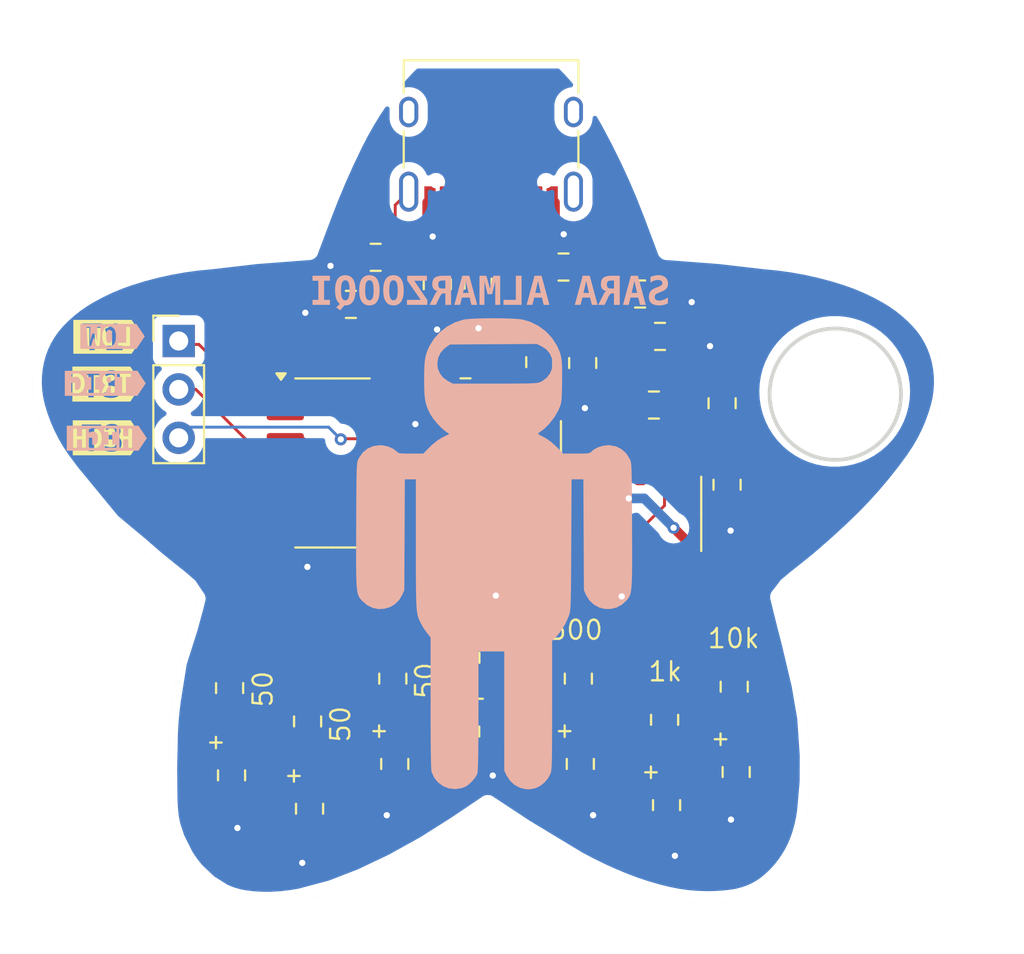
<source format=kicad_pcb>
(kicad_pcb (version 20240108) (generator "pcbnew") (generator_version "8.0")
  (layers (0 "F.Cu" signal) (31 "B.Cu" signal) (34 "B.Paste" user) (35 "F.Paste" user) (36 "B.SilkS" user "B.Silkscreen") (37 "F.SilkS" user "F.Silkscreen") (38 "B.Mask" user) (39 "F.Mask" user) (44 "Edge.Cuts" user))
  (net 0 "")
  (net 1 "GND")
  (net 2 "Net-(U3-THRES)")
  (net 3 "5V_USB")
  (net 4 "3.3V_LDO")
  (net 5 "Net-(LED1-Pad2)")
  (net 6 "Net-(LED2-Pad2)")
  (net 7 "Net-(LED3-Pad2)")
  (net 8 "Net-(LED4-Pad2)")
  (net 9 "Net-(LED5-Pad2)")
  (net 10 "Net-(LED6-Pad2)")
  (net 11 "Net-(LED7-Pad2)")
  (net 12 "Net-(J1-SHLD)")
  (net 13 "Net-(R5-Pad1)")
  (net 14 "Net-(R6-Pad1)")
  (net 15 "Net-(R7-Pad1)")
  (net 16 "Net-(F1-Pad1)")
  (net 19 "Net-(J1-CC1)")
  (net 22 "Net-(J1-CC2)")
  (net 25 "TestPointLow")
  (net 26 "TestPointHigh")
  (net 27 "TestPointTrig")
  (net 28 "OUT")
  (net 29 "DISCH")
  (footprint "Remal_KiCadLib:PinHeader_1x03_P2.54mm_Vertical" (layer "F.Cu") (at 139 101.33)
    (property "Reference" "J3" (hide yes))
    (property "Value" "ConnM_01x03" (hide yes))
    (pad "1" thru_hole rect (at 0 0) (size 1.7 1.7) (drill 1) (layers "*.Cu" "*.Mask") (net 25 "TestPointLow"))
    (pad "2" thru_hole oval (at 0 2.54) (size 1.7 1.7) (drill 1) (layers "*.Cu" "*.Mask") (net 27 "TestPointTrig"))
    (pad "3" thru_hole oval (at 0 5.08) (size 1.7 1.7) (drill 1) (layers "*.Cu" "*.Mask") (net 26 "TestPointHigh"))
  )
  (footprint "Remal_KiCadLib:R_0805_2012m" (layer "F.Cu") (at 141.67 119.54 -90)
    (property "Reference" "R5" (hide yes))
    (property "Value" "50" (hide yes))
    (pad "1" smd roundrect (at -1.025 0 270) (size 1.15 1.4) (layers "F.Cu" "F.Paste" "F.Mask") (roundrect_rratio 0.217391) (net 13 "Net-(R5-Pad1)"))
    (pad "2" smd roundrect (at 1.025 0 270) (size 1.15 1.4) (layers "F.Cu" "F.Paste" "F.Mask") (roundrect_rratio 0.217391) (net 9 "Net-(LED5-Pad2)"))
  )
  (footprint "Remal_KiCadLib:SOIC-14_3.9x8.7mm_P1.27mm" (layer "F.Cu") (at 147.065 107.73)
    (property "Reference" "U2" (hide yes))
    (property "Value" "IC_HexTriggerInverter_SN74HC04DR(LX)" (hide yes))
    (pad "1" smd roundrect (at -2.475 -3.81) (size 1.95 0.6) (layers "F.Cu" "F.Paste" "F.Mask") (net 4 "3.3V_LDO"))
    (pad "2" smd roundrect (at -2.475 -2.54) (size 1.95 0.6) (layers "F.Cu" "F.Paste" "F.Mask") (net 25 "TestPointLow"))
    (pad "3" smd roundrect (at -2.475 -1.27) (size 1.95 0.6) (layers "F.Cu" "F.Paste" "F.Mask") (net 28 "OUT"))
    (pad "4" smd roundrect (at -2.475 0) (size 1.95 0.6) (layers "F.Cu" "F.Paste" "F.Mask") (net 27 "TestPointTrig"))
    (pad "5" smd roundrect (at -2.475 1.27) (size 1.95 0.6) (layers "F.Cu" "F.Paste" "F.Mask") (net 28 "OUT"))
    (pad "6" smd roundrect (at -2.475 2.54) (size 1.95 0.6) (layers "F.Cu" "F.Paste" "F.Mask") (net 13 "Net-(R5-Pad1)"))
    (pad "7" smd roundrect (at -2.475 3.81) (size 1.95 0.6) (layers "F.Cu" "F.Paste" "F.Mask") (net 1 "GND"))
    (pad "8" smd roundrect (at 2.475 3.81) (size 1.95 0.6) (layers "F.Cu" "F.Paste" "F.Mask") (net 14 "Net-(R6-Pad1)"))
    (pad "9" smd roundrect (at 2.475 2.54) (size 1.95 0.6) (layers "F.Cu" "F.Paste" "F.Mask") (net 28 "OUT"))
    (pad "10" smd roundrect (at 2.475 1.27) (size 1.95 0.6) (layers "F.Cu" "F.Paste" "F.Mask") (net 15 "Net-(R7-Pad1)"))
    (pad "11" smd roundrect (at 2.475 0) (size 1.95 0.6) (layers "F.Cu" "F.Paste" "F.Mask") (net 28 "OUT"))
    (pad "12" smd roundrect (at 2.475 -1.27) (size 1.95 0.6) (layers "F.Cu" "F.Paste" "F.Mask") (net 26 "TestPointHigh"))
    (pad "13" smd roundrect (at 2.475 -2.54) (size 1.95 0.6) (layers "F.Cu" "F.Paste" "F.Mask") (net 1 "GND"))
    (pad "14" smd roundrect (at 2.475 -3.81) (size 1.95 0.6) (layers "F.Cu" "F.Paste" "F.Mask") (net 4 "3.3V_LDO"))
  )
  (footprint "Remal_KiCadLib:LED_0805_2012m_Red" (layer "F.Cu") (at 155.47 121.82 90)
    (property "Reference" "LED1" (hide yes))
    (property "Value" "LED_0805_2012m_Red" (hide yes))
    (pad "1" smd roundrect (at -1.025 0 90) (size 1.15 1.4) (layers "F.Cu" "F.Paste" "F.Mask") (roundrect_rratio 0.217391) (net 1 "GND"))
    (pad "2" smd roundrect (at 1.025 0 90) (size 1.15 1.4) (layers "F.Cu" "F.Paste" "F.Mask") (roundrect_rratio 0.217391) (net 5 "Net-(LED1-Pad2)"))
  )
  (footprint "Remal_KiCadLib:SOIC-8_3.9x4.9mm_P1.27mm" (layer "F.Cu") (at 163.84 110.4 90)
    (property "Reference" "U3" (hide yes))
    (property "Value" "IC_555Timer_SA555DR" (hide yes))
    (pad "1" smd roundrect (at -2.475 -1.905 90) (size 1.95 0.6) (layers "F.Cu" "F.Paste" "F.Mask") (net 1 "GND"))
    (pad "2" smd roundrect (at -2.475 -0.635 90) (size 1.95 0.6) (layers "F.Cu" "F.Paste" "F.Mask") (net 2 "Net-(U3-THRES)"))
    (pad "3" smd roundrect (at -2.475 0.635 90) (size 1.95 0.6) (layers "F.Cu" "F.Paste" "F.Mask") (net 28 "OUT"))
    (pad "4" smd roundrect (at -2.475 1.905 90) (size 1.95 0.6) (layers "F.Cu" "F.Paste" "F.Mask") (net 3 "5V_USB"))
    (pad "5" smd roundrect (at 2.475 1.905 90) (size 1.95 0.6) (layers "F.Cu" "F.Paste" "F.Mask"))
    (pad "6" smd roundrect (at 2.475 0.635 90) (size 1.95 0.6) (layers "F.Cu" "F.Paste" "F.Mask") (net 2 "Net-(U3-THRES)"))
    (pad "7" smd roundrect (at 2.475 -0.635 90) (size 1.95 0.6) (layers "F.Cu" "F.Paste" "F.Mask") (net 29 "DISCH"))
    (pad "8" smd roundrect (at 2.475 -1.905 90) (size 1.95 0.6) (layers "F.Cu" "F.Paste" "F.Mask") (net 3 "5V_USB"))
  )
  (footprint "Remal_KiCadLib:C_0805_2012m" (layer "F.Cu") (at 154.04 104)
    (property "Reference" "C4" (hide yes))
    (property "Value" "1uF" (hide yes))
    (pad "1" smd roundrect (at -1.025 0) (size 1.15 1.4) (layers "F.Cu" "F.Paste" "F.Mask") (roundrect_rratio 0.217391) (net 4 "3.3V_LDO"))
    (pad "2" smd roundrect (at 1.025 0) (size 1.15 1.4) (layers "F.Cu" "F.Paste" "F.Mask") (roundrect_rratio 0.217391) (net 1 "GND"))
  )
  (footprint "Remal_KiCadLib:R_0805_2012m" (layer "F.Cu") (at 145.76 121.29 -90)
    (property "Reference" "R7" (hide yes))
    (property "Value" "50" (hide yes))
    (pad "1" smd roundrect (at -1.025 0 270) (size 1.15 1.4) (layers "F.Cu" "F.Paste" "F.Mask") (roundrect_rratio 0.217391) (net 15 "Net-(R7-Pad1)"))
    (pad "2" smd roundrect (at 1.025 0 270) (size 1.15 1.4) (layers "F.Cu" "F.Paste" "F.Mask") (roundrect_rratio 0.217391) (net 11 "Net-(LED7-Pad2)"))
  )
  (footprint "Remal_KiCadLib:R_0805_2012m" (layer "F.Cu") (at 154.7 98.32 -90)
    (property "Reference" "R11" (hide yes))
    (property "Value" "5.1k")
    (pad "1" smd roundrect (at -1.025 0 270) (size 1.15 1.4) (layers "F.Cu" "F.Paste" "F.Mask") (roundrect_rratio 0.217391) (net 19 "Net-(J1-CC1)"))
    (pad "2" smd roundrect (at 1.025 0 270) (size 1.15 1.4) (layers "F.Cu" "F.Paste" "F.Mask") (roundrect_rratio 0.217391) (net 1 "GND"))
  )
  (footprint "Remal_KiCadLib:C_0805_2012m" (layer "F.Cu") (at 157.935 102.44 -90)
    (property "Reference" "C3" (hide yes))
    (property "Value" "4.7uF" (hide yes))
    (pad "1" smd roundrect (at -1.025 0 270) (size 1.15 1.4) (layers "F.Cu" "F.Paste" "F.Mask") (roundrect_rratio 0.217391) (net 3 "5V_USB"))
    (pad "2" smd roundrect (at 1.025 0 270) (size 1.15 1.4) (layers "F.Cu" "F.Paste" "F.Mask") (roundrect_rratio 0.217391) (net 1 "GND"))
  )
  (footprint "Remal_KiCadLib:C_0805_2012m" (layer "F.Cu") (at 160.185 102.485 -90)
    (property "Reference" "C8" (hide yes))
    (property "Value" "22uF")
    (pad "1" smd roundrect (at -1.025 0 270) (size 1.15 1.4) (layers "F.Cu" "F.Paste" "F.Mask") (roundrect_rratio 0.217391) (net 3 "5V_USB"))
    (pad "2" smd roundrect (at 1.025 0 270) (size 1.15 1.4) (layers "F.Cu" "F.Paste" "F.Mask") (roundrect_rratio 0.217391) (net 1 "GND"))
  )
  (footprint "Remal_KiCadLib:R_0805_2012m" (layer "F.Cu") (at 159.9575 119.045 -90)
    (property "Reference" "R2" (hide yes))
    (property "Value" "300" (hide yes))
    (pad "1" smd roundrect (at -1.025 0 270) (size 1.15 1.4) (layers "F.Cu" "F.Paste" "F.Mask") (roundrect_rratio 0.217391) (net 28 "OUT"))
    (pad "2" smd roundrect (at 1.025 0 270) (size 1.15 1.4) (layers "F.Cu" "F.Paste" "F.Mask") (roundrect_rratio 0.217391) (net 6 "Net-(LED2-Pad2)"))
  )
  (footprint "Remal_KiCadLib:LED_0805_2012m_Red" (layer "F.Cu") (at 160.06 123.52 90)
    (property "Reference" "LED2" (hide yes))
    (property "Value" "LED_0805_2012m_Red" (hide yes))
    (pad "1" smd roundrect (at -1.025 0 90) (size 1.15 1.4) (layers "F.Cu" "F.Paste" "F.Mask") (roundrect_rratio 0.217391) (net 1 "GND"))
    (pad "2" smd roundrect (at 1.025 0 90) (size 1.15 1.4) (layers "F.Cu" "F.Paste" "F.Mask") (roundrect_rratio 0.217391) (net 6 "Net-(LED2-Pad2)"))
  )
  (footprint "Remal_KiCadLib:R_0805_2012m" (layer "F.Cu") (at 150.2275 119.045 -90)
    (property "Reference" "R6" (hide yes))
    (property "Value" "50" (hide yes))
    (pad "1" smd roundrect (at -1.025 0 270) (size 1.15 1.4) (layers "F.Cu" "F.Paste" "F.Mask") (roundrect_rratio 0.217391) (net 14 "Net-(R6-Pad1)"))
    (pad "2" smd roundrect (at 1.025 0 270) (size 1.15 1.4) (layers "F.Cu" "F.Paste" "F.Mask") (roundrect_rratio 0.217391) (net 10 "Net-(LED6-Pad2)"))
  )
  (footprint "kibuzzard-67A70D0F" (layer "F.Cu") (at 135.3 101.11)
    (property "Reference" "kibuzzard-67A70D0F" (hide yes))
    (property "Value" "G***" (hide yes))
  )
  (footprint "Remal_KiCadLib:R_0805_2012m" (layer "F.Cu") (at 168.13 119.4675 -90)
    (property "Reference" "R4" (hide yes))
    (property "Value" "10k" (hide yes))
    (pad "1" smd roundrect (at -1.025 0 270) (size 1.15 1.4) (layers "F.Cu" "F.Paste" "F.Mask") (roundrect_rratio 0.217391) (net 28 "OUT"))
    (pad "2" smd roundrect (at 1.025 0 270) (size 1.15 1.4) (layers "F.Cu" "F.Paste" "F.Mask") (roundrect_rratio 0.217391) (net 8 "Net-(LED4-Pad2)"))
  )
  (footprint "Remal_KiCadLib:SOT-223" (layer "F.Cu") (at 155.635 109.635 -90)
    (property "Reference" "U5" (hide yes))
    (property "Value" "LDO_3V3_2A_AIC1221-33GY3TR" (hide yes))
    (pad "1" smd rect (at -3.15 -2.3 270) (size 2 1.5) (layers "F.Cu" "F.Paste" "F.Mask") (net 3 "5V_USB"))
    (pad "2" smd rect (at -3.15 0 270) (size 2 1.5) (layers "F.Cu" "F.Paste" "F.Mask") (net 1 "GND"))
    (pad "3" smd rect (at -3.15 2.3 270) (size 2 1.5) (layers "F.Cu" "F.Paste" "F.Mask") (net 4 "3.3V_LDO"))
    (pad "4" smd rect (at 3.15 0 270) (size 2 3.8) (layers "F.Cu" "F.Paste" "F.Mask") (net 1 "GND"))
  )
  (footprint "Remal_KiCadLib:R_0805_2012m" (layer "F.Cu") (at 149.33 96.94 180)
    (property "Reference" "R12" (hide yes))
    (property "Value" "1M" (hide yes))
    (pad "1" smd roundrect (at -1.025 0 180) (size 1.15 1.4) (layers "F.Cu" "F.Paste" "F.Mask") (roundrect_rratio 0.217391) (net 12 "Net-(J1-SHLD)"))
    (pad "2" smd roundrect (at 1.025 0 180) (size 1.15 1.4) (layers "F.Cu" "F.Paste" "F.Mask") (roundrect_rratio 0.217391) (net 1 "GND"))
  )
  (footprint "Remal_KiCadLib:LED_0805_2012m_Red" (layer "F.Cu") (at 150.33 123.52 90)
    (property "Reference" "LED6" (hide yes))
    (property "Value" "LED_0805_2012m_Red" (hide yes))
    (pad "1" smd roundrect (at -1.025 0 90) (size 1.15 1.4) (layers "F.Cu" "F.Paste" "F.Mask") (roundrect_rratio 0.217391) (net 1 "GND"))
    (pad "2" smd roundrect (at 1.025 0 90) (size 1.15 1.4) (layers "F.Cu" "F.Paste" "F.Mask") (roundrect_rratio 0.217391) (net 10 "Net-(LED6-Pad2)"))
  )
  (footprint "Remal_KiCadLib:LED_0805_2012m_Red" (layer "F.Cu") (at 164.5825 125.68 90)
    (property "Reference" "LED3" (hide yes))
    (property "Value" "LED_0805_2012m_Red" (hide yes))
    (pad "1" smd roundrect (at -1.025 0 90) (size 1.15 1.4) (layers "F.Cu" "F.Paste" "F.Mask") (roundrect_rratio 0.217391) (net 1 "GND"))
    (pad "2" smd roundrect (at 1.025 0 90) (size 1.15 1.4) (layers "F.Cu" "F.Paste" "F.Mask") (roundrect_rratio 0.217391) (net 7 "Net-(LED3-Pad2)"))
  )
  (footprint "Remal_KiCadLib:C_0805_2012m" (layer "F.Cu") (at 167.755 108.87 -90)
    (property "Reference" "C2" (hide yes))
    (property "Value" "100nF" (hide yes))
    (pad "1" smd roundrect (at -1.025 0 270) (size 1.15 1.4) (layers "F.Cu" "F.Paste" "F.Mask") (roundrect_rratio 0.217391) (net 2 "Net-(U3-THRES)"))
    (pad "2" smd roundrect (at 1.025 0 270) (size 1.15 1.4) (layers "F.Cu" "F.Paste" "F.Mask") (roundrect_rratio 0.217391) (net 1 "GND"))
  )
  (footprint "Remal_KiCadLib:LED_0805_2012m_Red" (layer "F.Cu") (at 168.2325 123.9425 90)
    (property "Reference" "LED4" (hide yes))
    (property "Value" "LED_0805_2012m_Red" (hide yes))
    (pad "1" smd roundrect (at -1.025 0 90) (size 1.15 1.4) (layers "F.Cu" "F.Paste" "F.Mask") (roundrect_rratio 0.217391) (net 1 "GND"))
    (pad "2" smd roundrect (at 1.025 0 90) (size 1.15 1.4) (layers "F.Cu" "F.Paste" "F.Mask") (roundrect_rratio 0.217391) (net 8 "Net-(LED4-Pad2)"))
  )
  (footprint "Remal_KiCadLib:C_0805_2012m" (layer "F.Cu") (at 148.03 99.41 180)
    (property "Reference" "C9" (hide yes))
    (property "Value" "0.1uF" (hide yes))
    (pad "1" smd roundrect (at -1.025 0 180) (size 1.15 1.4) (layers "F.Cu" "F.Paste" "F.Mask") (roundrect_rratio 0.217391) (net 12 "Net-(J1-SHLD)"))
    (pad "2" smd roundrect (at 1.025 0 180) (size 1.15 1.4) (layers "F.Cu" "F.Paste" "F.Mask") (roundrect_rratio 0.217391) (net 1 "GND"))
  )
  (footprint "Remal_KiCadLib:R_0805_2012m" (layer "F.Cu") (at 164.48 121.205 -90)
    (property "Reference" "R3" (hide yes))
    (property "Value" "1k" (hide yes))
    (pad "1" smd roundrect (at -1.025 0 270) (size 1.15 1.4) (layers "F.Cu" "F.Paste" "F.Mask") (roundrect_rratio 0.217391) (net 28 "OUT"))
    (pad "2" smd roundrect (at 1.025 0 270) (size 1.15 1.4) (layers "F.Cu" "F.Paste" "F.Mask") (roundrect_rratio 0.217391) (net 7 "Net-(LED3-Pad2)"))
  )
  (footprint "Remal_KiCadLib:USB_C_16Pin_C167321" (layer "F.Cu") (at 155.38 90.39 180)
    (property "Reference" "J1" (hide yes))
    (property "Value" "USB_C_16Pin_C167321" (hide yes))
    (pad "" np_thru_hole circle (at -2.89 -2.605 180) (size 0.65 0.65) (drill 0.65) (layers "*.Cu" "*.Mask"))
    (pad "" np_thru_hole circle (at 2.89 -2.605 180) (size 0.65 0.65) (drill 0.65) (layers "*.Cu" "*.Mask"))
    (pad "A1" smd rect (at -3.35015 -3.667175 180) (size 0.2997 1.68565) (layers "F.Cu" "F.Paste" "F.Mask") (net 1 "GND"))
    (pad "A4" smd rect (at -2.545 -3.667175 180) (size 0.29 1.68565) (layers "F.Cu" "F.Paste" "F.Mask") (net 16 "Net-(F1-Pad1)"))
    (pad "A5" smd rect (at -1.25 -3.667175 180) (size 0.28 1.68565) (layers "F.Cu" "F.Paste" "F.Mask") (net 19 "Net-(J1-CC1)"))
    (pad "A6" smd rect (at -0.25 -3.667175 180) (size 0.28 1.68565) (layers "F.Cu" "F.Paste" "F.Mask"))
    (pad "A7" smd rect (at 0.25 -3.667175 180) (size 0.28 1.68565) (layers "F.Cu" "F.Paste" "F.Mask"))
    (pad "A8" smd rect (at 1.25 -3.667175 180) (size 0.28 1.68565) (layers "F.Cu" "F.Paste" "F.Mask"))
    (pad "A9" smd rect (at 2.545 -3.667175 180) (size 0.29 1.68565) (layers "F.Cu" "F.Paste" "F.Mask") (net 16 "Net-(F1-Pad1)"))
    (pad "A12" smd rect (at 3.35 -3.667175 180) (size 0.3 1.68565) (layers "F.Cu" "F.Paste" "F.Mask") (net 1 "GND"))
    (pad "B1" smd rect (at 3.055 -3.667175 180) (size 0.29 1.68565) (layers "F.Cu" "F.Paste" "F.Mask") (net 1 "GND"))
    (pad "B4" smd rect (at 2.255 -3.667175 180) (size 0.29 1.68565) (layers "F.Cu" "F.Paste" "F.Mask") (net 16 "Net-(F1-Pad1)"))
    (pad "B5" smd rect (at 1.75 -3.667175 180) (size 0.28 1.68565) (layers "F.Cu" "F.Paste" "F.Mask") (net 22 "Net-(J1-CC2)"))
    (pad "B6" smd rect (at 0.75 -3.667175 180) (size 0.28 1.68565) (layers "F.Cu" "F.Paste" "F.Mask"))
    (pad "B7" smd rect (at -0.75 -3.667175 180) (size 0.28 1.68565) (layers "F.Cu" "F.Paste" "F.Mask"))
    (pad "B8" smd rect (at -1.75 -3.667175 180) (size 0.28 1.68565) (layers "F.Cu" "F.Paste" "F.Mask"))
    (pad "B9" smd rect (at -2.255 -3.667175 180) (size 0.29 1.68565) (layers "F.Cu" "F.Paste" "F.Mask") (net 16 "Net-(F1-Pad1)"))
    (pad "B12" smd rect (at -3.05515 -3.667175 180) (size 0.2903 1.68565) (layers "F.Cu" "F.Paste" "F.Mask") (net 1 "GND"))
    (pad "S1" thru_hole oval (at -4.32 -3.105 180) (size 1 2.1) (drill oval 0.6 1.7) (layers "*.Cu" "*.Mask") (net 12 "Net-(J1-SHLD)"))
    (pad "S1" thru_hole oval (at -4.32 1.075 180) (size 1 1.6) (drill oval 0.6 1.2) (layers "*.Cu" "*.Mask") (net 12 "Net-(J1-SHLD)"))
    (pad "S1" thru_hole oval (at 4.32 -3.105 180) (size 1 2.1) (drill oval 0.6 1.7) (layers "*.Cu" "*.Mask") (net 12 "Net-(J1-SHLD)"))
    (pad "S1" thru_hole oval (at 4.32 1.075 180) (size 1 1.6) (drill oval 0.6 1.2) (layers "*.Cu" "*.Mask") (net 12 "Net-(J1-SHLD)"))
  )
  (footprint "Remal_KiCadLib:C_0805_2012m" (layer "F.Cu") (at 163.195 98.865)
    (property "Reference" "C7" (hide yes))
    (property "Value" "22uF" (hide yes))
    (pad "1" smd roundrect (at -1.025 0) (size 1.15 1.4) (layers "F.Cu" "F.Paste" "F.Mask") (roundrect_rratio 0.217391) (net 3 "5V_USB"))
    (pad "2" smd roundrect (at 1.025 0) (size 1.15 1.4) (layers "F.Cu" "F.Paste" "F.Mask") (roundrect_rratio 0.217391) (net 1 "GND"))
  )
  (footprint "Remal_KiCadLib:R_0805_2012m" (layer "F.Cu") (at 163.92 104.69)
    (property "Reference" "R8" (hide yes))
    (property "Value" "100" (hide yes))
    (pad "1" smd roundrect (at -1.025 0) (size 1.15 1.4) (layers "F.Cu" "F.Paste" "F.Mask") (roundrect_rratio 0.217391) (net 3 "5V_USB"))
    (pad "2" smd roundrect (at 1.025 0) (size 1.15 1.4) (layers "F.Cu" "F.Paste" "F.Mask") (roundrect_rratio 0.217391) (net 29 "DISCH"))
  )
  (footprint "Remal_KiCadLib:R_0805_2012m" (layer "F.Cu") (at 155.48 117.95 -90)
    (property "Reference" "R1" (hide yes))
    (property "Value" "50" (hide yes))
    (pad "1" smd roundrect (at -1.025 0 270) (size 1.15 1.4) (layers "F.Cu" "F.Paste" "F.Mask") (roundrect_rratio 0.217391) (net 28 "OUT"))
    (pad "2" smd roundrect (at 1.025 0 270) (size 1.15 1.4) (layers "F.Cu" "F.Paste" "F.Mask") (roundrect_rratio 0.217391) (net 5 "Net-(LED1-Pad2)"))
  )
  (footprint "Remal_KiCadLib:Fuse_0805_2012m" (layer "F.Cu") (at 159.18 97.45)
    (property "Reference" "F1" (hide yes))
    (property "Value" "16V_3A" (hide yes))
    (pad "1" smd roundrect (at -1.025 0) (size 1.15 1.4) (layers "F.Cu" "F.Paste" "F.Mask") (roundrect_rratio 0.217391) (net 16 "Net-(F1-Pad1)"))
    (pad "2" smd roundrect (at 1.025 0) (size 1.15 1.4) (layers "F.Cu" "F.Paste" "F.Mask") (roundrect_rratio 0.217391) (net 3 "5V_USB"))
  )
  (footprint "kibuzzard-67A70DD7" (layer "F.Cu") (at 135.25 103.59)
    (property "Reference" "kibuzzard-67A70DD7" (hide yes))
    (property "Value" "G***" (hide yes))
  )
  (footprint "Remal_KiCadLib:LED_0805_2012m_Red" (layer "F.Cu") (at 145.8625 125.87 90)
    (property "Reference" "LED7" (hide yes))
    (property "Value" "LED_0805_2012m_Red" (hide yes))
    (pad "1" smd roundrect (at -1.025 0 90) (size 1.15 1.4) (layers "F.Cu" "F.Paste" "F.Mask") (roundrect_rratio 0.217391) (net 1 "GND"))
    (pad "2" smd roundrect (at 1.025 0 90) (size 1.15 1.4) (layers "F.Cu" "F.Paste" "F.Mask") (roundrect_rratio 0.217391) (net 11 "Net-(LED7-Pad2)"))
  )
  (footprint "Remal_KiCadLib:R_0805_2012m" (layer "F.Cu") (at 167.495 104.595 -90)
    (property "Reference" "R9" (hide yes))
    (property "Value" "7k" (hide yes))
    (pad "1" smd roundrect (at -1.025 0 270) (size 1.15 1.4) (layers "F.Cu" "F.Paste" "F.Mask") (roundrect_rratio 0.217391) (net 29 "DISCH"))
    (pad "2" smd roundrect (at 1.025 0 270) (size 1.15 1.4) (layers "F.Cu" "F.Paste" "F.Mask") (roundrect_rratio 0.217391) (net 2 "Net-(U3-THRES)"))
  )
  (footprint "kibuzzard-67A70DE1" (layer "F.Cu") (at 135.27 106.41)
    (property "Reference" "kibuzzard-67A70DE1" (hide yes))
    (property "Value" "G***" (hide yes))
  )
  (footprint "Remal_KiCadLib:R_0805_2012m" (layer "F.Cu") (at 152.56 98.355 -90)
    (property "Reference" "R10" (hide yes))
    (property "Value" "5.1k" (hide yes))
    (pad "1" smd roundrect (at -1.025 0 270) (size 1.15 1.4) (layers "F.Cu" "F.Paste" "F.Mask") (roundrect_rratio 0.217391) (net 22 "Net-(J1-CC2)"))
    (pad "2" smd roundrect (at 1.025 0 270) (size 1.15 1.4) (layers "F.Cu" "F.Paste" "F.Mask") (roundrect_rratio 0.217391) (net 1 "GND"))
  )
  (footprint "Remal_KiCadLib:LED_0805_2012m_Red" (layer "F.Cu") (at 141.7725 124.1175 90)
    (property "Reference" "LED5" (hide yes))
    (property "Value" "LED_0805_2012m_Red" (hide yes))
    (pad "1" smd roundrect (at -1.025 0 90) (size 1.15 1.4) (layers "F.Cu" "F.Paste" "F.Mask") (roundrect_rratio 0.217391) (net 1 "GND"))
    (pad "2" smd roundrect (at 1.025 0 90) (size 1.15 1.4) (layers "F.Cu" "F.Paste" "F.Mask") (roundrect_rratio 0.217391) (net 9 "Net-(LED5-Pad2)"))
  )
  (footprint "Remal_KiCadLib:C_0805_2012m" (layer "F.Cu") (at 164.24 101.09)
    (property "Reference" "C6" (hide yes))
    (property "Value" "22uF" (hide yes))
    (pad "1" smd roundrect (at -1.025 0) (size 1.15 1.4) (layers "F.Cu" "F.Paste" "F.Mask") (roundrect_rratio 0.217391) (net 3 "5V_USB"))
    (pad "2" smd roundrect (at 1.025 0) (size 1.15 1.4) (layers "F.Cu" "F.Paste" "F.Mask") (roundrect_rratio 0.217391) (net 1 "GND"))
  )
  (footprint "kibuzzard-67A70FA5" (layer "B.Cu") (at 135.15 103.55 180)
    (property "Reference" "kibuzzard-67A70FA5" (hide yes))
    (property "Value" "G***" (hide yes))
  )
  (footprint "kibuzzard-67A70F8E" (layer "B.Cu") (at 135.23 106.43 180)
    (property "Reference" "kibuzzard-67A70F8E" (hide yes))
    (property "Value" "G***" (hide yes))
  )
  (footprint "kibuzzard-67A70FB4" (layer "B.Cu") (at 135.53 101.09 180)
    (property "Reference" "kibuzzard-67A70FB4" (hide yes))
    (property "Value" "G***" (hide yes))
  )
  (footprint "practice_logo:PracticeRobotLogo" (layer "B.Cu") (at 155.54 112.5 180)
    (property "Reference" "G***" (hide yes))
    (property "Value" "LOGO" (hide yes))
  )
  (gr_arc (start 131.524999 104.936354) (mid 131.350584 103.7094) (end 131.478702 102.476752) (stroke (width 0.0021)) (layer "Edge.Cuts"))
  (gr_line (start 146.556951 94.864822) (end 145.857336 96.727978) (stroke (width 0.0021)) (layer "Edge.Cuts"))
  (gr_line (start 132.838172 107.722117) (end 133.35 108.41) (stroke (width 0.0021)) (layer "Edge.Cuts"))
  (gr_line (start 170.96692 114.366042) (end 171.44068 113.968332) (stroke (width 0.0021)) (layer "Edge.Cuts"))
  (gr_line (start 138.447151 123.842478) (end 138.462934 125.426899) (stroke (width 0.0021)) (layer "Edge.Cuts"))
  (gr_arc (start 170.628372 129.302071) (mid 170.26209 129.68723) (end 169.857558 130.031994) (stroke (width 0.0021)) (layer "Edge.Cuts"))
  (gr_line (start 174.351725 111.483417) (end 175.072471 110.784082) (stroke (width 0.0021)) (layer "Edge.Cuts"))
  (gr_arc (start 169.857558 130.031994) (mid 169.454441 130.298369) (end 169.018284 130.506275) (stroke (width 0.0021)) (layer "Edge.Cuts"))
  (gr_arc (start 164.654143 130.607067) (mid 163.516813 130.30085) (end 162.405919 129.909438) (stroke (width 0.0021)) (layer "Edge.Cuts"))
  (gr_arc (start 138.517659 126.30028) (mid 138.48066 125.864193) (end 138.462934 125.426899) (stroke (width 0.0021)) (layer "Edge.Cuts"))
  (gr_line (start 173.509559 112.253611) (end 174.351725 111.483417) (stroke (width 0.0021)) (layer "Edge.Cuts"))
  (gr_line (start 139.99 114.85) (end 139.99 114.72) (stroke (width 0.0021)) (layer "Edge.Cuts"))
  (gr_line (start 138.634453 126.939521) (end 138.848623 127.590386) (stroke (width 0.0021)) (layer "Edge.Cuts"))
  (gr_line (start 169.755434 97.210925) (end 167.41586 96.940372) (stroke (width 0.0021)) (layer "Edge.Cuts"))
  (gr_arc (start 138.474735 122.691556) (mid 138.517925 121.476466) (end 138.650791 120.26789) (stroke (width 0.0021)) (layer "Edge.Cuts"))
  (gr_arc (start 159.179999 86.680001) (mid 160.566073 88.24714) (end 161.705259 90.001957) (stroke (width 0.0021)) (layer "Edge.Cuts"))
  (gr_line (start 138.474735 122.691556) (end 138.447151 123.842478) (stroke (width 0.0021)) (layer "Edge.Cuts"))
  (gr_line (start 172.094396 124.608531) (end 171.958181 126.172162) (stroke (width 0.0021)) (layer "Edge.Cuts"))
  (gr_line (start 171.148908 117.307438) (end 170.914022 116.39349) (stroke (width 0.0021)) (layer "Edge.Cuts"))
  (gr_line (start 170.716065 115.599472) (end 170.54934 114.913596) (stroke (width 0.0021)) (layer "Edge.Cuts"))
  (gr_line (start 138.848623 127.590386) (end 139.302477 128.503202) (stroke (width 0.0021)) (layer "Edge.Cuts"))
  (gr_circle (center 173.43 104.12) (end 175.62 106.78) (stroke (width 0.2)) (fill none) (layer "Edge.Cuts"))
  (gr_line (start 172.679211 112.977117) (end 173.509559 112.253611) (stroke (width 0.0021)) (layer "Edge.Cuts"))
  (gr_arc (start 177.885441 100.359957) (mid 178.588604 101.343861) (end 179.011764 102.476752) (stroke (width 0.0021)) (layer "Edge.Cuts"))
  (gr_line (start 172.002883 113.524596) (end 172.679211 112.977117) (stroke (width 0.0021)) (layer "Edge.Cuts"))
  (gr_arc (start 179.011764 102.476752) (mid 179.13988 103.7094) (end 178.965467 104.936354) (stroke (width 0.0021)) (layer "Edge.Cuts"))
  (gr_line (start 143.074606 96.940372) (end 140.735094 97.210918) (stroke (width 0.0021)) (layer "Edge.Cuts"))
  (gr_line (start 155.239792 125.800667) (end 157.153863 127.063388) (stroke (width 0.0021)) (layer "Edge.Cuts"))
  (gr_line (start 171.44068 113.968332) (end 172.002883 113.524596) (stroke (width 0.0021)) (layer "Edge.Cuts"))
  (gr_line (start 170.914022 116.39349) (end 170.716065 115.599472) (stroke (width 0.0021)) (layer "Edge.Cuts"))
  (gr_arc (start 143.861582 130.876231) (mid 143.157844 130.865376) (end 142.458027 130.790393) (stroke (width 0.0021)) (layer "Edge.Cuts"))
  (gr_arc (start 139.885614 129.304437) (mid 139.576527 128.916569) (end 139.302477 128.503202) (stroke (width 0.0021)) (layer "Edge.Cuts"))
  (gr_line (start 171.967423 121.245868) (end 171.664215 119.480107) (stroke (width 0.0021)) (layer "Edge.Cuts"))
  (gr_arc (start 146.556951 94.864822) (mid 147.327586 92.958723) (end 148.192524 91.093522) (stroke (width 0.0021)) (layer "Edge.Cuts"))
  (gr_arc (start 174.029471 98.059272) (mid 175.14952 98.490731) (end 176.218723 99.036138) (stroke (width 0.0021)) (layer "Edge.Cuts"))
  (gr_arc (start 145.43207 130.699374) (mid 144.650449 130.819973) (end 143.861582 130.876231) (stroke (width 0.0021)) (layer "Edge.Cuts"))
  (gr_arc (start 171.258405 128.396479) (mid 170.966068 128.865053) (end 170.628372 129.302071) (stroke (width 0.0021)) (layer "Edge.Cuts"))
  (gr_arc (start 132.605025 100.359957) (mid 133.389466 99.636458) (end 134.271743 99.036138) (stroke (width 0.0021)) (layer "Edge.Cuts"))
  (gr_line (start 139.936549 114.998524) (end 139.827257 115.439343) (stroke (width 0.0021)) (layer "Edge.Cuts"))
  (gr_arc (start 161.701766 90.003872) (mid 162.904206 92.39461) (end 163.933519 94.864833) (stroke (width 0.0021)) (layer "Edge.Cuts"))
  (gr_line (start 170.53 114.8) (end 170.96692 114.366042) (stroke (width 0.0021)) (layer "Edge.Cuts"))
  (gr_arc (start 162.405919 129.909438) (mid 161.146381 129.363992) (end 159.924337 128.739049) (stroke (width 0.0021)) (layer "Edge.Cuts"))
  (gr_line (start 138.650791 120.26789) (end 138.96 118.33) (stroke (width 0.0021)) (layer "Edge.Cuts"))
  (gr_line (start 139.99 114.72) (end 139.523546 114.381618) (stroke (width 0.0021)) (layer "Edge.Cuts"))
  (gr_line (start 139.885614 129.304437) (end 140.570677 129.95914) (stroke (width 0.0021)) (layer "Edge.Cuts"))
  (gr_line (start 150.270365 128.878445) (end 151.953548 127.946565) (stroke (width 0.0021)) (layer "Edge.Cuts"))
  (gr_line (start 140.570677 129.95914) (end 141.327522 130.436548) (stroke (width 0.0021)) (layer "Edge.Cuts"))
  (gr_arc (start 177.652294 107.722117) (mid 176.425759 109.306496) (end 175.072471 110.784082) (stroke (width 0.0021)) (layer "Edge.Cuts"))
  (gr_arc (start 132.838172 107.722117) (mid 132.058062 106.387463) (end 131.524999 104.936354) (stroke (width 0.0021)) (layer "Edge.Cuts"))
  (gr_arc (start 149.94766 88.230516) (mid 150.604299 87.424372) (end 151.327524 86.677387) (stroke (width 0.0021)) (layer "Edge.Cuts"))
  (gr_line (start 171.967423 121.245868) (end 172.099924 123.206413) (stroke (width 0.0021)) (layer "Edge.Cuts"))
  (gr_line (start 164.63313 96.727978) (end 163.933519 94.864833) (stroke (width 0.0021)) (layer "Edge.Cuts"))
  (gr_arc (start 171.958181 126.172162) (mid 171.850252 126.787194) (end 171.689882 127.390679) (stroke (width 0.0021)) (layer "Edge.Cuts"))
  (gr_arc (start 171.689882 127.390679) (mid 171.499941 127.904646) (end 171.258405 128.396479) (stroke (width 0.0021)) (layer "Edge.Cuts"))
  (gr_line (start 145.43207 130.699374) (end 147.066433 130.262971) (stroke (width 0.0021)) (layer "Edge.Cuts"))
  (gr_line (start 148.623508 129.660025) (end 150.270365 128.878445) (stroke (width 0.0021)) (layer "Edge.Cuts"))
  (gr_line (start 147.066433 130.262971) (end 148.048586 129.882652) (stroke (width 0.0021)) (layer "Edge.Cuts"))
  (gr_line (start 172.094396 124.608531) (end 172.099924 123.206413) (stroke (width 0.0021)) (layer "Edge.Cuts"))
  (gr_line (start 170.54934 114.913596) (end 170.53 114.8) (stroke (width 0.0021)) (layer "Edge.Cuts"))
  (gr_line (start 139.049697 113.972127) (end 139.523546 114.381618) (stroke (width 0.0021)) (layer "Edge.Cuts"))
  (gr_arc (start 176.218723 99.036138) (mid 177.100994 99.636465) (end 177.885441 100.359957) (stroke (width 0.0021)) (layer "Edge.Cuts"))
  (gr_line (start 167.41586 96.940372) (end 164.63313 96.727978) (stroke (width 0.0021)) (layer "Edge.Cuts"))
  (gr_line (start 139.936549 114.998524) (end 139.99 114.85) (stroke (width 0.0021)) (layer "Edge.Cuts"))
  (gr_arc (start 131.478702 102.476752) (mid 131.901858 101.343859) (end 132.605025 100.359957) (stroke (width 0.0021)) (layer "Edge.Cuts"))
  (gr_line (start 138.487583 113.524596) (end 139.049697 113.972127) (stroke (width 0.0021)) (layer "Edge.Cuts"))
  (gr_arc (start 178.965467 104.936354) (mid 178.432404 106.387463) (end 177.652294 107.722117) (stroke (width 0.0021)) (layer "Edge.Cuts"))
  (gr_line (start 151.327524 86.677387) (end 159.179999 86.677387) (stroke (width 0.0021)) (layer "Edge.Cuts"))
  (gr_arc (start 148.192524 91.093522) (mid 149.005097 89.622175) (end 149.94766 88.230516) (stroke (width 0.0021)) (layer "Edge.Cuts"))
  (gr_line (start 145.857336 96.727978) (end 143.074606 96.940372) (stroke (width 0.0021)) (layer "Edge.Cuts"))
  (gr_line (start 171.664215 119.480107) (end 171.148908 117.307438) (stroke (width 0.0021)) (layer "Edge.Cuts"))
  (gr_arc (start 169.018284 130.506275) (mid 168.52142 130.667132) (end 168.008442 130.765131) (stroke (width 0.0021)) (layer "Edge.Cuts"))
  (gr_line (start 133.35 108.41) (end 135.49 111.01) (stroke (width 0.0021)) (layer "Edge.Cuts"))
  (gr_arc (start 138.634453 126.939521) (mid 138.564225 126.622062) (end 138.517659 126.30028) (stroke (width 0.0021)) (layer "Edge.Cuts"))
  (gr_line (start 139.521495 116.560365) (end 139.687342 115.969713) (stroke (width 0.0021)) (layer "Edge.Cuts"))
  (gr_arc (start 134.271743 99.036138) (mid 135.340947 98.490732) (end 136.460995 98.059272) (stroke (width 0.0021)) (layer "Edge.Cuts"))
  (gr_arc (start 169.755434 97.210925) (mid 171.917882 97.506982) (end 174.029471 98.059272) (stroke (width 0.0021)) (layer "Edge.Cuts"))
  (gr_line (start 139.827257 115.439343) (end 139.687347 115.969714) (stroke (width 0.0021)) (layer "Edge.Cuts"))
  (gr_line (start 135.49 111.01) (end 136.980896 112.253624) (stroke (width 0.0021)) (layer "Edge.Cuts"))
  (gr_line (start 137.811255 112.977117) (end 138.487583 113.524596) (stroke (width 0.0021)) (layer "Edge.Cuts"))
  (gr_arc (start 168.008442 130.765131) (mid 167.362185 130.825963) (end 166.713333 130.844378) (stroke (width 0.0021)) (layer "Edge.Cuts"))
  (gr_arc (start 166.713333 130.844378) (mid 165.677182 130.782606) (end 164.654143 130.607067) (stroke (width 0.0021)) (layer "Edge.Cuts"))
  (gr_line (start 138.96 118.33) (end 139.521495 116.560365) (stroke (width 0.0021)) (layer "Edge.Cuts"))
  (gr_line (start 148.048586 129.882652) (end 148.623508 129.660025) (stroke (width 0.0021)) (layer "Edge.Cuts"))
  (gr_line (start 153.620395 126.891269) (end 151.953548 127.946565) (stroke (width 0.0021)) (layer "Edge.Cuts"))
  (gr_arc (start 136.460995 98.059272) (mid 138.572615 97.506978) (end 140.735094 97.210918) (stroke (width 0.0021)) (layer "Edge.Cuts"))
  (gr_line (start 157.153863 127.063388) (end 159.924337 128.739049) (stroke (width 0.0021)) (layer "Edge.Cuts"))
  (gr_line (start 136.980907 112.253611) (end 137.811255 112.977117) (stroke (width 0.0021)) (layer "Edge.Cuts"))
  (gr_line (start 153.620395 126.891269) (end 155.239792 125.800667) (stroke (width 0.0021)) (layer "Edge.Cuts"))
  (gr_arc (start 142.458027 130.790393) (mid 141.879397 130.656211) (end 141.327522 130.436548) (stroke (width 0.0021)) (layer "Edge.Cuts"))
  (gr_text "SARA ALMARZOOQI" (at 164.79 99.69 0) (layer "B.SilkS") (effects (font (size 1.5 1.5) (thickness 0.3) (bold yes)) (justify left bottom mirror)))
  (gr_text "10k" (at 166.66 117.52 0) (layer "F.SilkS") (effects (font (size 1 1) (thickness 0.125)) (justify left bottom)))
  (gr_text "50" (at 148.07 122.47 90) (layer "F.SilkS") (effects (font (size 1 1) (thickness 0.125)) (justify left bottom)))
  (gr_text "300" (at 158.3 117.08 0) (layer "F.SilkS") (effects (font (size 1 1) (thickness 0.125)) (justify left bottom)))
  (gr_text "50" (at 144 120.63 90) (layer "F.SilkS") (effects (font (size 1 1) (thickness 0.125)) (justify left bottom)))
  (gr_text "1k" (at 163.55 119.26 0) (layer "F.SilkS") (effects (font (size 1 1) (thickness 0.125)) (justify left bottom)))
  (gr_text "50" (at 152.52 120.18 90) (layer "F.SilkS") (effects (font (size 1 1) (thickness 0.125)) (justify left bottom)))
  (segment (start 158.73015 95.27015) (end 159.19 95.73) (width 0.508) (layer "F.Cu") (net 1))
  (segment (start 147.41 96.94) (end 146.96 97.39) (width 0.508) (layer "F.Cu") (net 1))
  (segment (start 165.475 98.865) (end 165.9 99.29) (width 0.508) (layer "F.Cu") (net 1))
  (segment (start 167.755 109.895) (end 167.755 111.095) (width 0.508) (layer "F.Cu") (net 1))
  (segment (start 164.5825 127.9025) (end 165.02 128.34) (width 0.508) (layer "F.Cu") (net 1))
  (segment (start 152.56 99.38) (end 152.56 100.72) (width 0.508) (layer "F.Cu") (net 1))
  (segment (start 161.935 112.875) (end 161.935 114.435) (width 0.508) (layer "F.Cu") (net 1))
  (segment (start 155.47 122.845) (end 155.47 124.13) (width 0.508) (layer "F.Cu") (net 1))
  (segment (start 158.73015 94.057175) (end 158.73015 95.27015) (width 0.508) (layer "F.Cu") (net 1))
  (segment (start 168.2325 126.1675) (end 167.96 126.44) (width 0.508) (layer "F.Cu") (net 1))
  (segment (start 155.065 104) (end 155.065 105.915) (width 0.508) (layer "F.Cu") (net 1))
  (segment (start 150.91 105.19) (end 151.41 105.69) (width 0.508) (layer "F.Cu") (net 1))
  (segment (start 154.7 100.64) (end 154.72 100.66) (width 0.508) (layer "F.Cu") (net 1))
  (segment (start 157.935 103.465) (end 160.14 103.465) (width 0.508) (layer "F.Cu") (net 1))
  (segment (start 164.5825 126.705) (end 164.5825 127.9025) (width 0.508) (layer "F.Cu") (net 1))
  (segment (start 150.33 125.79) (end 149.91 126.21) (width 0.508) (layer "F.Cu") (net 1))
  (segment (start 141.7725 126.5725) (end 142.08 126.88) (width 0.508) (layer "F.Cu") (net 1))
  (segment (start 146.08 99.41) (end 145.64 99.85) (width 0.508) (layer "F.Cu") (net 1))
  (segment (start 147.005 99.41) (end 146.08 99.41) (width 0.508) (layer "F.Cu") (net 1))
  (segment (start 157.4 104) (end 157.935 103.465) (width 0.508) (layer "F.Cu") (net 1))
  (segment (start 160.06 124.545) (end 160.06 125.54) (width 0.508) (layer "F.Cu") (net 1))
  (segment (start 160.14 103.465) (end 160.185 103.51) (width 0.508) (layer "F.Cu") (net 1))
  (segment (start 150.33 124.545) (end 150.33 125.79) (width 0.508) (layer "F.Cu") (net 1))
  (segment (start 145.75 112.7) (end 145.75 113.18) (width 0.508) (layer "F.Cu") (net 1))
  (segment (start 144.59 111.54) (end 145.75 112.7) (width 0.508) (layer "F.Cu") (net 1))
  (segment (start 152.03 94.057175) (end 152.03 95.56) (width 0.508) (layer "F.Cu") (net 1))
  (segment (start 152.03 95.56) (end 152.32 95.85) (width 0.508) (layer "F.Cu") (net 1))
  (segment (start 145.8625 128.3275) (end 145.48 128.71) (width 0.508) (layer "F.Cu") (net 1))
  (segment (start 168.2325 124.9675) (end 168.2325 126.1675) (width 0.508) (layer "F.Cu") (net 1))
  (segment (start 160.185 104.735) (end 160.3 104.85) (width 0.508) (layer "F.Cu") (net 1))
  (segment (start 149.54 105.19) (end 150.91 105.19) (width 0.508) (layer "F.Cu") (net 1))
  (segment (start 155.635 112.785) (end 155.635 114.685) (width 0.508) (layer "F.Cu") (net 1))
  (segment (start 166.35 101.09) (end 166.86 101.6) (width 0.508) (layer "F.Cu") (net 1))
  (segment (start 160.06 125.54) (end 160.73 126.21) (width 0.508) (layer "F.Cu") (net 1))
  (segment (start 155.065 105.915) (end 155.635 106.485) (width 0.508) (layer "F.Cu") (net 1))
  (segment (start 155.065 104) (end 157.4 104) (width 0.508) (layer "F.Cu") (net 1))
  (segment (start 155.635 114.685) (end 155.63 114.69) (width 0.508) (layer "F.Cu") (net 1))
  (segment (start 148.305 96.94) (end 147.41 96.94) (width 0.508) (layer "F.Cu") (net 1))
  (segment (start 161.935 114.435) (end 162.23 114.73) (width 0.508) (layer "F.Cu") (net 1))
  (segment (start 154.7 99.345) (end 154.7 100.64) (width 0.508) (layer "F.Cu") (net 1))
  (segment (start 160.185 103.51) (end 160.185 104.735) (width 0.508) (layer "F.Cu") (net 1))
  (segment (start 164.22 98.865) (end 165.475 98.865) (width 0.508) (layer "F.Cu") (net 1))
  (segment (start 165.265 101.09) (end 166.35 101.09) (width 0.508) (layer "F.Cu") (net 1))
  (segment (start 141.7725 125.1425) (end 141.7725 126.5725) (width 0.508) (layer "F.Cu") (net 1))
  (segment (start 167.755 111.095) (end 167.94 111.28) (width 0.508) (layer "F.Cu") (net 1))
  (segment (start 145.8625 126.895) (end 145.8625 128.3275) (width 0.508) (layer "F.Cu") (net 1))
  (segment (start 152.56 100.72) (end 152.55 100.73) (width 0.508) (layer "F.Cu") (net 1))
  (via (at 152.32 95.85) (size 0.635) (drill 0.3302) (layers "F.Cu" "B.Cu") (net 1))
  (via (at 145.48 128.71) (size 0.635) (drill 0.3302) (layers "F.Cu" "B.Cu") (net 1))
  (via (at 149.91 126.21) (size 0.635) (drill 0.3302) (layers "F.Cu" "B.Cu") (net 1))
  (via (at 145.64 99.85) (size 0.635) (drill 0.3302) (layers "F.Cu" "B.Cu") (net 1))
  (via (at 146.96 97.39) (size 0.635) (drill 0.3302) (layers "F.Cu" "B.Cu") (net 1))
  (via (at 155.47 124.13) (size 0.635) (drill 0.3302) (layers "F.Cu" "B.Cu") (net 1))
  (via (at 159.19 95.73) (size 0.635) (drill 0.3302) (layers "F.Cu" "B.Cu") (net 1))
  (via (at 151.41 105.69) (size 0.635) (drill 0.3302) (layers "F.Cu" "B.Cu") (net 1))
  (via (at 166.86 101.6) (size 0.635) (drill 0.3302) (layers "F.Cu" "B.Cu") (net 1))
  (via (at 152.55 100.73) (size 0.635) (drill 0.3302) (layers "F.Cu" "B.Cu") (net 1))
  (via (at 155.63 114.69) (size 0.635) (drill 0.3302) (layers "F.Cu" "B.Cu") (net 1))
  (via (at 160.73 126.21) (size 0.635) (drill 0.3302) (layers "F.Cu" "B.Cu") (net 1))
  (via (at 142.08 126.88) (size 0.635) (drill 0.3302) (layers "F.Cu" "B.Cu") (net 1))
  (via (at 167.96 126.44) (size 0.635) (drill 0.3302) (layers "F.Cu" "B.Cu") (net 1))
  (via (at 162.23 114.73) (size 0.635) (drill 0.3302) (layers "F.Cu" "B.Cu") (net 1))
  (via (at 160.3 104.85) (size 0.635) (drill 0.3302) (layers "F.Cu" "B.Cu") (net 1))
  (via (at 165.02 128.34) (size 0.635) (drill 0.3302) (layers "F.Cu" "B.Cu") (net 1))
  (via (at 154.72 100.66) (size 0.635) (drill 0.3302) (layers "F.Cu" "B.Cu") (net 1))
  (via (at 167.94 111.28) (size 0.635) (drill 0.3302) (layers "F.Cu" "B.Cu") (net 1))
  (via (at 165.9 99.29) (size 0.635) (drill 0.3302) (layers "F.Cu" "B.Cu") (net 1))
  (via (at 145.75 113.18) (size 0.635) (drill 0.3302) (layers "F.Cu" "B.Cu") (net 1))
  (segment (start 167.125 105.99) (end 167.495 105.62) (width 0.1524) (layer "F.Cu") (net 2))
  (segment (start 165.435001 105.99) (end 167.125 105.99) (width 0.1524) (layer "F.Cu") (net 2))
  (segment (start 167.495 105.62) (end 167.495 107.585) (width 0.1524) (layer "F.Cu") (net 2))
  (segment (start 164.475 109.965) (end 163.205 111.235) (width 0.1524) (layer "F.Cu") (net 2))
  (segment (start 164.475 107.925) (end 164.475 106.950001) (width 0.1524) (layer "F.Cu") (net 2))
  (segment (start 164.475 107.925) (end 164.475 109.965) (width 0.1524) (layer "F.Cu") (net 2))
  (segment (start 163.205 111.235) (end 163.205 112.875) (width 0.1524) (layer "F.Cu") (net 2))
  (segment (start 164.475 106.950001) (end 165.435001 105.99) (width 0.1524) (layer "F.Cu") (net 2))
  (segment (start 167.495 107.585) (end 167.755 107.845) (width 0.1524) (layer "F.Cu") (net 2))
  (segment (start 160.755 97.45) (end 162.17 98.865) (width 0.508) (layer "F.Cu") (net 3))
  (segment (start 162.17 98.865) (end 162.17 100.045) (width 0.508) (layer "F.Cu") (net 3))
  (segment (start 162.895 104.69) (end 161.935 105.65) (width 0.508) (layer "F.Cu") (net 3))
  (segment (start 163.02 104.565) (end 162.895 104.69) (width 0.508) (layer "F.Cu") (net 3))
  (segment (start 161.6 100.045) (end 160.185 101.46) (width 0.508) (layer "F.Cu") (net 3))
  (segment (start 163.215 101.09) (end 163.02 101.285) (width 0.508) (layer "F.Cu") (net 3))
  (segment (start 162.17 100.045) (end 161.6 100.045) (width 0.508) (layer "F.Cu") (net 3))
  (segment (start 163.02 101.285) (end 163.02 104.565) (width 0.508) (layer "F.Cu") (net 3))
  (segment (start 164.95 111.13) (end 165.745 111.925) (width 0.508) (layer "F.Cu") (net 3))
  (segment (start 160.185 101.46) (end 157.98 101.46) (width 0.508) (layer "F.Cu") (net 3))
  (segment (start 157.98 101.46) (end 157.935 101.415) (width 0.508) (layer "F.Cu") (net 3))
  (segment (start 161.1 106.485) (end 161.935 105.65) (width 0.508) (layer "F.Cu") (net 3))
  (segment (start 157.935 106.485) (end 161.1 106.485) (width 0.508) (layer "F.Cu") (net 3))
  (segment (start 161.935 108.925) (end 162.6 109.59) (width 0.508) (layer "F.Cu") (net 3))
  (segment (start 161.935 107.925) (end 161.935 108.925) (width 0.508) (layer "F.Cu") (net 3))
  (segment (start 160.205 97.45) (end 160.755 97.45) (width 0.508) (layer "F.Cu") (net 3))
  (segment (start 162.17 100.045) (end 163.215 101.09) (width 0.508) (layer "F.Cu") (net 3))
  (segment (start 165.745 111.925) (end 165.745 112.875) (width 0.508) (layer "F.Cu") (net 3))
  (segment (start 161.935 105.65) (end 161.935 107.925) (width 0.508) (layer "F.Cu") (net 3))
  (via (at 162.6 109.59) (size 0.635) (drill 0.3302) (layers "F.Cu" "B.Cu") (net 3))
  (via (at 164.95 111.13) (size 0.635) (drill 0.3302) (layers "F.Cu" "B.Cu") (net 3))
  (segment (start 162.6 109.59) (end 163.41 109.59) (width 0.508) (layer "B.Cu") (net 3))
  (segment (start 163.41 109.59) (end 164.95 111.13) (width 0.508) (layer "B.Cu") (net 3))
  (segment (start 153.015 104) (end 153.015 106.165) (width 0.508) (layer "F.Cu") (net 4))
  (segment (start 153.015 106.165) (end 153.335 106.485) (width 0.508) (layer "F.Cu") (net 4))
  (segment (start 149.54 103.92) (end 144.59 103.92) (width 0.508) (layer "F.Cu") (net 4))
  (segment (start 153.015 104) (end 149.62 104) (width 0.508) (layer "F.Cu") (net 4))
  (segment (start 149.62 104) (end 149.54 103.92) (width 0.508) (layer "F.Cu") (net 4))
  (segment (start 155.48 120.785) (end 155.47 120.795) (width 0.1524) (layer "F.Cu") (net 5))
  (segment (start 155.48 118.975) (end 155.48 120.785) (width 0.1524) (layer "F.Cu") (net 5))
  (segment (start 159.9575 120.07) (end 159.9575 122.3925) (width 0.1524) (layer "F.Cu") (net 6))
  (segment (start 159.9575 122.3925) (end 160.06 122.495) (width 0.1524) (layer "F.Cu") (net 6))
  (segment (start 164.4 125.1425) (end 164.5025 125.245) (width 0.1524) (layer "F.Cu") (net 7))
  (segment (start 164.48 124.5525) (end 164.5825 124.655) (width 0.1524) (layer "F.Cu") (net 7))
  (segment (start 164.48 122.23) (end 164.48 124.5525) (width 0.1524) (layer "F.Cu") (net 7))
  (segment (start 168.13 120.4925) (end 168.13 122.815) (width 0.1524) (layer "F.Cu") (net 8))
  (segment (start 168.13 122.815) (end 168.2325 122.9175) (width 0.1524) (layer "F.Cu") (net 8))
  (segment (start 141.67 122.99) (end 141.7725 123.0925) (width 0.1524) (layer "F.Cu") (net 9))
  (segment (start 141.67 120.565) (end 141.67 122.99) (width 0.1524) (layer "F.Cu") (net 9))
  (segment (start 150.2275 120.07) (end 150.2275 122.3925) (width 0.1524) (layer "F.Cu") (net 10))
  (segment (start 150.2275 122.3925) (end 150.33 122.495) (width 0.1524) (layer "F.Cu") (net 10))
  (segment (start 145.76 124.7425) (end 145.8625 124.845) (width 0.1524) (layer "F.Cu") (net 11))
  (segment (start 145.76 122.315) (end 145.76 124.7425) (width 0.1524) (layer "F.Cu") (net 11))
  (segment (start 149.055 98.24) (end 150.355 96.94) (width 0.1524) (layer "F.Cu") (net 12))
  (segment (start 150.355 94.2) (end 151.06 93.495) (width 0.1524) (layer "F.Cu") (net 12))
  (segment (start 150.355 96.94) (end 150.355 94.2) (width 0.1524) (layer "F.Cu") (net 12))
  (segment (start 149.055 99.41) (end 149.055 98.24) (width 0.1524) (layer "F.Cu") (net 12))
  (segment (start 143.615001 110.27) (end 142.24 111.645001) (width 0.1524) (layer "F.Cu") (net 13))
  (segment (start 142.24 111.645001) (end 142.24 117.945) (width 0.1524) (layer "F.Cu") (net 13))
  (segment (start 144.59 110.27) (end 143.615001 110.27) (width 0.1524) (layer "F.Cu") (net 13))
  (segment (start 142.24 117.945) (end 141.67 118.515) (width 0.1524) (layer "F.Cu") (net 13))
  (segment (start 150.2275 112.2275) (end 150.2275 118.02) (width 0.1524) (layer "F.Cu") (net 14))
  (segment (start 149.54 111.54) (end 150.2275 112.2275) (width 0.1524) (layer "F.Cu") (net 14))
  (segment (start 147.15 110.415001) (end 147.15 118.875) (width 0.1524) (layer "F.Cu") (net 15))
  (segment (start 149.54 109) (end 148.565001 109) (width 0.1524) (layer "F.Cu") (net 15))
  (segment (start 147.15 118.875) (end 145.76 120.265) (width 0.1524) (layer "F.Cu") (net 15))
  (segment (start 148.565001 109) (end 147.15 110.415001) (width 0.1524) (layer "F.Cu") (net 15))
  (segment (start 153.18 92.74) (end 153.3 92.62) (width 0.508) (layer "F.Cu") (net 16))
  (segment (start 153.3 92.62) (end 157.35 92.62) (width 0.508) (layer "F.Cu") (net 16))
  (segment (start 157.8 94.222175) (end 157.6764 94.098575) (width 0.508) (layer "F.Cu") (net 16))
  (segment (start 158.155 97.45) (end 157.8 97.095) (width 0.508) (layer "F.Cu") (net 16))
  (segment (start 157.8 97.095) (end 157.8 94.222175) (width 0.508) (layer "F.Cu") (net 16))
  (segment (start 157.35 92.62) (end 157.53795 92.80795) (width 0.508) (layer "F.Cu") (net 16))
  (segment (start 156.63 94.057175) (end 156.63 95.365) (width 0.1524) (layer "F.Cu") (net 19))
  (segment (start 156.63 95.365) (end 154.7 97.295) (width 0.1524) (layer "F.Cu") (net 19))
  (segment (start 153.63 94.057175) (end 153.63 96.26) (width 0.1524) (layer "F.Cu") (net 22))
  (segment (start 153.63 96.26) (end 152.56 97.33) (width 0.1524) (layer "F.Cu") (net 22))
  (segment (start 140.06 101.51) (end 139.18 101.51) (width 0.1524) (layer "F.Cu") (net 25))
  (segment (start 143.74 105.19) (end 140.06 101.51) (width 0.1524) (layer "F.Cu") (net 25))
  (segment (start 144.59 105.19) (end 143.74 105.19) (width 0.1524) (layer "F.Cu") (net 25))
  (segment (start 139.18 101.51) (end 139 101.33) (width 0.1524) (layer "F.Cu") (net 25))
  (segment (start 149.54 106.46) (end 147.53 106.46) (width 0.1524) (layer "F.Cu") (net 26))
  (segment (start 147.53 106.46) (end 147.5 106.49) (width 0.1524) (layer "F.Cu") (net 26))
  (via (at 147.5 106.49) (size 0.635) (drill 0.3302) (layers "F.Cu" "B.Cu") (net 26))
  (segment (start 146.86 105.85) (end 139.56 105.85) (width 0.1524) (layer "B.Cu") (net 26))
  (segment (start 147.5 106.49) (end 146.86 105.85) (width 0.1524) (layer "B.Cu") (net 26))
  (segment (start 139.56 105.85) (end 139 106.41) (width 0.1524) (layer "B.Cu") (net 26))
  (segment (start 139.9 103.87) (end 139 103.87) (width 0.1524) (layer "F.Cu") (net 27))
  (segment (start 144.59 107.73) (end 143.76 107.73) (width 0.1524) (layer "F.Cu") (net 27))
  (segment (start 143.76 107.73) (end 139.9 103.87) (width 0.1524) (layer "F.Cu") (net 27))
  (segment (start 145.7936 108.5964) (end 145.39 109) (width 0.1524) (layer "F.Cu") (net 28))
  (segment (start 162.58 118.02) (end 164.475 116.125) (width 0.1524) (layer "F.Cu") (net 28))
  (segment (start 157.6 118.02) (end 159.9575 118.02) (width 0.1524) (layer "F.Cu") (net 28))
  (segment (start 151.225 111.025) (end 150.47 110.27) (width 0.1524) (layer "F.Cu") (net 28))
  (segment (start 162.58 118.02) (end 162.58 118.28) (width 0.1524) (layer "F.Cu") (net 28))
  (segment (start 164.475 116.125) (end 166.7925 118.4425) (width 0.1524) (layer "F.Cu") (net 28))
  (segment (start 151.225 108.440001) (end 151.225 111.025) (width 0.1524) (layer "F.Cu") (net 28))
  (segment (start 145.7936 107.73) (end 145.7936 108.5964) (width 0.1524) (layer "F.Cu") (net 28))
  (segment (start 166.7925 118.4425) (end 168.13 118.4425) (width 0.1524) (layer "F.Cu") (net 28))
  (segment (start 155.48 116.925) (end 156.505 116.925) (width 0.1524) (layer "F.Cu") (net 28))
  (segment (start 153.815 116.925) (end 151.5 114.61) (width 0.1524) (layer "F.Cu") (net 28))
  (segment (start 156.505 116.925) (end 157.6 118.02) (width 0.1524) (layer "F.Cu") (net 28))
  (segment (start 144.59 106.46) (end 145.564999 106.46) (width 0.1524) (layer "F.Cu") (net 28))
  (segment (start 162.58 118.28) (end 164.48 120.18) (width 0.1524) (layer "F.Cu") (net 28))
  (segment (start 150.514999 107.73) (end 151.225 108.440001) (width 0.1524) (layer "F.Cu") (net 28))
  (segment (start 159.9575 118.02) (end 162.58 118.02) (width 0.1524) (layer "F.Cu") (net 28))
  (segment (start 145.564999 106.46) (end 145.7936 106.688601) (width 0.1524) (layer "F.Cu") (net 28))
  (segment (start 145.39 109) (end 144.59 109) (width 0.1524) (layer "F.Cu") (net 28))
  (segment (start 145.7936 106.688601) (end 145.7936 107.73) (width 0.1524) (layer "F.Cu") (net 28))
  (segment (start 164.475 112.875) (end 164.475 116.125) (width 0.1524) (layer "F.Cu") (net 28))
  (segment (start 151.5 111.3) (end 151.225 111.025) (width 0.1524) (layer "F.Cu") (net 28))
  (segment (start 155.48 116.925) (end 153.815 116.925) (width 0.1524) (layer "F.Cu") (net 28))
  (segment (start 149.54 107.73) (end 150.514999 107.73) (width 0.1524) (layer "F.Cu") (net 28))
  (segment (start 149.54 107.73) (end 145.7936 107.73) (width 0.1524) (layer "F.Cu") (net 28))
  (segment (start 150.47 110.27) (end 149.54 110.27) (width 0.1524) (layer "F.Cu") (net 28))
  (segment (start 151.5 114.61) (end 151.5 111.3) (width 0.1524) (layer "F.Cu") (net 28))
  (segment (start 163.205 107.925) (end 163.205 106.43) (width 0.1524) (layer "F.Cu") (net 29))
  (segment (start 166.375 104.69) (end 167.495 103.57) (width 0.1524) (layer "F.Cu") (net 29))
  (segment (start 164.945 104.69) (end 166.375 104.69) (width 0.1524) (layer "F.Cu") (net 29))
  (segment (start 163.205 106.43) (end 164.945 104.69) (width 0.1524) (layer "F.Cu") (net 29))
  (zone (net 16) (net_name "Net-(F1-Pad1)") (layer "F.Cu") (priority 1) (connect_pads (clearance 0)) (min_thickness 0.25) (fill yes (thermal_gap 0.5) (thermal_bridge_width 0.5))
    (polygon (pts (xy 157.42 92.43) (xy 157.76 92.5) (xy 158.09 94.16) (xy 157.483173 94.185011) (xy 157.46 93.32)))
  )
  (zone (net 16) (net_name "Net-(F1-Pad1)") (layer "F.Cu") (priority 1) (connect_pads (clearance 0.1524)) (min_thickness 0.25) (fill yes (thermal_gap 0.5) (thermal_bridge_width 0.5))
    (polygon (pts (xy 153.05 92.34) (xy 153.47 92.65) (xy 153.27 94.28) (xy 152.69 94.31) (xy 152.7 93.3)))
  )
  (zone (net 1) (net_name "GND") (layer "B.Cu") (connect_pads (clearance 0.5)) (min_thickness 0.25) (fill yes (thermal_gap 0.5) (thermal_bridge_width 0.5) (smoothing fillet))
    (polygon (pts (xy 129.79 83.44) (xy 129.63 133.43) (xy 183.26 133.51) (xy 183.34 84.23) (xy 129.79 83.6)))
  )
)
</source>
